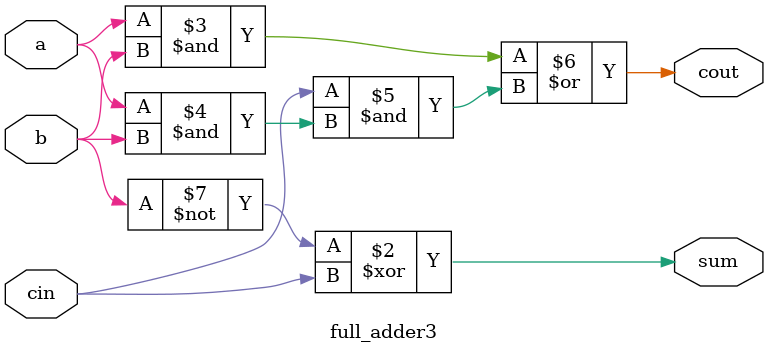
<source format=v>
module full_adder3(a,b,cin,sum,cout);
input a,b,cin;
output sum,cout;
assign sum = 1'b1^b^cin;
assign cout = a&b|cin&(a&b); 
// initial begin
//     $display("The incorrect adder with xor0 having in1/1");
// end   
endmodule
</source>
